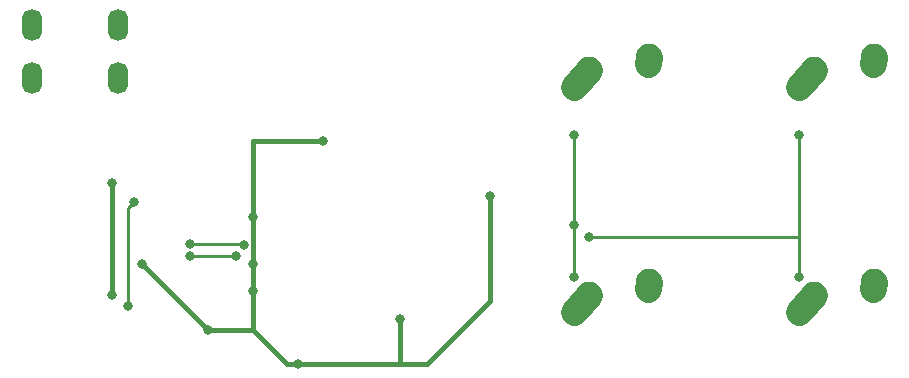
<source format=gbr>
G04 #@! TF.GenerationSoftware,KiCad,Pcbnew,(5.1.4)-1*
G04 #@! TF.CreationDate,2020-08-06T20:10:08-07:00*
G04 #@! TF.ProjectId,ai03-pcb-guide,61693033-2d70-4636-922d-67756964652e,rev?*
G04 #@! TF.SameCoordinates,Original*
G04 #@! TF.FileFunction,Copper,L1,Top*
G04 #@! TF.FilePolarity,Positive*
%FSLAX46Y46*%
G04 Gerber Fmt 4.6, Leading zero omitted, Abs format (unit mm)*
G04 Created by KiCad (PCBNEW (5.1.4)-1) date 2020-08-06 20:10:08*
%MOMM*%
%LPD*%
G04 APERTURE LIST*
%ADD10O,1.700000X2.700000*%
%ADD11C,2.250000*%
%ADD12C,2.250000*%
%ADD13C,0.800000*%
%ADD14C,0.381000*%
%ADD15C,0.254000*%
G04 APERTURE END LIST*
D10*
X39180750Y-49348000D03*
X46480750Y-49348000D03*
X46480750Y-53848000D03*
X39180750Y-53848000D03*
D11*
X105450000Y-72200000D03*
X104795001Y-72930000D03*
D12*
X104140000Y-73660000D02*
X105450002Y-72200000D01*
D11*
X110490000Y-71120000D03*
X110470000Y-71410000D03*
D12*
X110450000Y-71700000D02*
X110490000Y-71120000D01*
D11*
X105450000Y-53150000D03*
X104795001Y-53880000D03*
D12*
X104140000Y-54610000D02*
X105450002Y-53150000D01*
D11*
X110490000Y-52070000D03*
X110470000Y-52360000D03*
D12*
X110450000Y-52650000D02*
X110490000Y-52070000D01*
D11*
X86400000Y-72200000D03*
X85745001Y-72930000D03*
D12*
X85090000Y-73660000D02*
X86400002Y-72200000D01*
D11*
X91440000Y-71120000D03*
X91420000Y-71410000D03*
D12*
X91400000Y-71700000D02*
X91440000Y-71120000D01*
D11*
X86400000Y-53150000D03*
X85745001Y-53880000D03*
D12*
X85090000Y-54610000D02*
X86400002Y-53150000D01*
D11*
X91440000Y-52070000D03*
X91420000Y-52360000D03*
D12*
X91400000Y-52650000D02*
X91440000Y-52070000D01*
D13*
X45974000Y-62738000D03*
X45974000Y-72263000D03*
X57912000Y-71882000D03*
X57912000Y-69596000D03*
X57912000Y-65659000D03*
X77978000Y-63881000D03*
X61722000Y-78105000D03*
X63881000Y-59182000D03*
X48514000Y-69596000D03*
X70358000Y-74295000D03*
X54102000Y-75184000D03*
X85090000Y-58674000D03*
X85090000Y-70739000D03*
X85090000Y-66348000D03*
X104140000Y-58674000D03*
X104140000Y-70739000D03*
X86360000Y-67294000D03*
X52578000Y-68961000D03*
X56515000Y-68961000D03*
X52578000Y-67960997D03*
X57121500Y-68023550D03*
X47371000Y-73152000D03*
X47879000Y-64389000D03*
D14*
X45974000Y-62738000D02*
X45974000Y-72263000D01*
X57912000Y-71882000D02*
X57912000Y-71316315D01*
X57912000Y-69596000D02*
X57912000Y-65659000D01*
X57912000Y-71316315D02*
X57912000Y-69596000D01*
X57912000Y-65659000D02*
X57912000Y-59182000D01*
X57912000Y-71882000D02*
X57912000Y-72447685D01*
X57912000Y-72447685D02*
X57912000Y-75184000D01*
X57912000Y-75184000D02*
X60833000Y-78105000D01*
X72644000Y-78105000D02*
X77978000Y-72771000D01*
X77978000Y-72771000D02*
X77978000Y-63881000D01*
X60833000Y-78105000D02*
X61722000Y-78105000D01*
X57912000Y-59182000D02*
X63881000Y-59182000D01*
X54102000Y-75184000D02*
X57912000Y-75184000D01*
X48514000Y-69596000D02*
X54102000Y-75184000D01*
X70358000Y-78105000D02*
X70358000Y-74295000D01*
X70358000Y-78105000D02*
X72644000Y-78105000D01*
X61722000Y-78105000D02*
X70358000Y-78105000D01*
D15*
X85090000Y-66167000D02*
X85090000Y-66348000D01*
X85090000Y-66167000D02*
X85090000Y-70739000D01*
X85090000Y-58674000D02*
X85090000Y-66167000D01*
X86376000Y-67310000D02*
X86360000Y-67294000D01*
X104140000Y-67310000D02*
X86376000Y-67310000D01*
X104140000Y-67310000D02*
X104140000Y-70739000D01*
X104140000Y-58674000D02*
X104140000Y-67310000D01*
X52578000Y-68961000D02*
X56515000Y-68961000D01*
X52578000Y-67960997D02*
X57058947Y-67960997D01*
X57058947Y-67960997D02*
X57121500Y-68023550D01*
X47371000Y-73152000D02*
X47371000Y-64897000D01*
X47371000Y-64897000D02*
X47879000Y-64389000D01*
M02*

</source>
